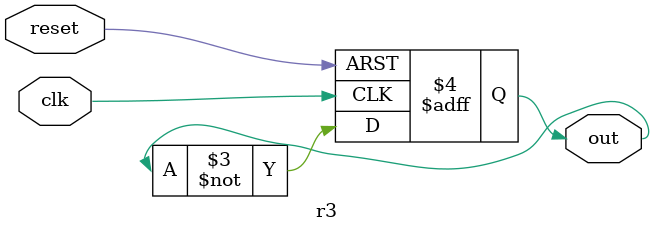
<source format=v>
module r3 (
  input clk,
  input reset,
  output reg out
);
  always @(negedge clk, negedge reset) begin
    if (!reset) out <= 0;
    else out <= ~out;
  end
endmodule
</source>
